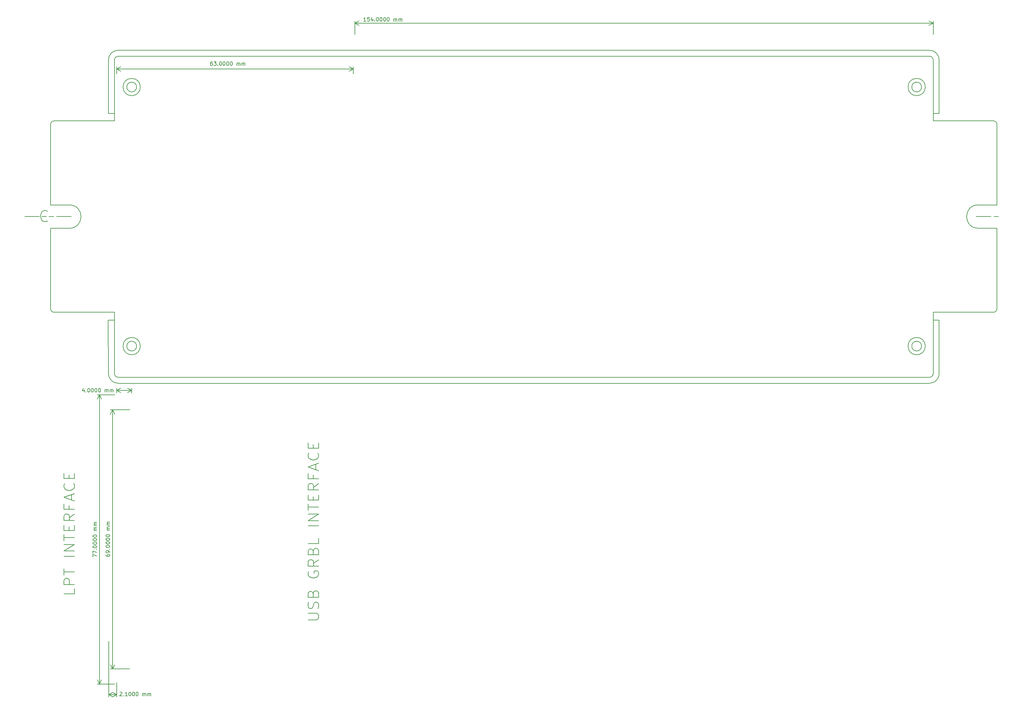
<source format=gbr>
%TF.GenerationSoftware,KiCad,Pcbnew,(6.0.11-0)*%
%TF.CreationDate,2023-07-11T17:26:52+12:00*%
%TF.ProjectId,controller,636f6e74-726f-46c6-9c65-722e6b696361,3.2*%
%TF.SameCoordinates,PX1c9c380PY1312d00*%
%TF.FileFunction,OtherDrawing,Comment*%
%FSLAX46Y46*%
G04 Gerber Fmt 4.6, Leading zero omitted, Abs format (unit mm)*
G04 Created by KiCad (PCBNEW (6.0.11-0)) date 2023-07-11 17:26:52*
%MOMM*%
%LPD*%
G01*
G04 APERTURE LIST*
%ADD10C,0.150000*%
%ADD11C,0.200000*%
G04 APERTURE END LIST*
D10*
X234300000Y-14007107D02*
G75*
G03*
X234300000Y-14007107I-1300000J0D01*
G01*
X20400000Y-4207107D02*
X236400000Y-4207107D01*
X17800000Y-21057107D02*
X17800000Y-6807107D01*
X19400000Y-23007107D02*
X19400000Y-21057107D01*
X19400000Y-6807107D02*
X19400000Y-21057107D01*
X25300000Y-83007107D02*
G75*
G03*
X25300000Y-83007107I-1300000J0D01*
G01*
X239000000Y-6807107D02*
X239000000Y-21057107D01*
X237400000Y-23007107D02*
X237400000Y-21057107D01*
X2400000Y-51607107D02*
X2400000Y-73007107D01*
X253400000Y-74007100D02*
G75*
G03*
X254400000Y-73007107I0J1000000D01*
G01*
X237400000Y-23007107D02*
X253400000Y-23007107D01*
X237400000Y-74007107D02*
X253400000Y-74007107D01*
X237400000Y-90307107D02*
X237400000Y-76057107D01*
X20400000Y-4207100D02*
G75*
G03*
X17800000Y-6807107I0J-2600000D01*
G01*
X19399993Y-90307107D02*
G75*
G03*
X20400000Y-91307107I1000007J7D01*
G01*
X238999993Y-6807107D02*
G75*
G03*
X236400000Y-4207107I-2599993J7D01*
G01*
X237400000Y-21057107D02*
X237400000Y-6807107D01*
X25300000Y-14007107D02*
G75*
G03*
X25300000Y-14007107I-1300000J0D01*
G01*
X89518Y-48507107D02*
X1300000Y-48507107D01*
X19400000Y-76057107D02*
X19400000Y-90307107D01*
X236400000Y-91307100D02*
G75*
G03*
X237400000Y-90307107I0J1000000D01*
G01*
X239000000Y-76057107D02*
X237400000Y-76057107D01*
X19400000Y-76057107D02*
X17800000Y-76057107D01*
X2400000Y-45407107D02*
X7500000Y-45407107D01*
X2400000Y-51607107D02*
X7500000Y-51621589D01*
X26300000Y-14007107D02*
G75*
G03*
X26300000Y-14007107I-2300000J0D01*
G01*
X237400000Y-76057107D02*
X237400000Y-74007107D01*
X249400000Y-45407093D02*
G75*
G03*
X249400000Y-51607107I0J-3100007D01*
G01*
X3400000Y-23007100D02*
G75*
G03*
X2400000Y-24007107I0J-1000000D01*
G01*
X2400000Y-45407107D02*
X2400000Y-24007107D01*
X17799993Y-90307107D02*
G75*
G03*
X20400000Y-92907107I2600007J7D01*
G01*
X235300000Y-83007107D02*
G75*
G03*
X235300000Y-83007107I-2300000J0D01*
G01*
X239000000Y-21057107D02*
X237400000Y-21057107D01*
X20400000Y-5807100D02*
G75*
G03*
X19400000Y-6807107I0J-1000000D01*
G01*
X19400000Y-74007107D02*
X19400000Y-76057107D01*
X254794759Y-48507107D02*
X253584277Y-48507107D01*
X254400000Y-45407107D02*
X249300000Y-45407107D01*
X254400000Y-51607107D02*
X249300000Y-51607107D01*
X20400000Y-91307107D02*
X236400000Y-91307107D01*
X20400000Y-92907107D02*
X236400000Y-92907107D01*
X1994759Y-48507107D02*
X3205241Y-48507107D01*
X19400000Y-74007107D02*
X3400000Y-74007107D01*
X254399993Y-24007107D02*
G75*
G03*
X253400000Y-23007107I-999993J7D01*
G01*
X237399993Y-6807107D02*
G75*
G03*
X236400000Y-5807107I-999993J7D01*
G01*
X7400000Y-51621593D02*
G75*
G03*
X7400000Y-45407107I0J3107243D01*
G01*
X26300000Y-83007107D02*
G75*
G03*
X26300000Y-83007107I-2300000J0D01*
G01*
X2399993Y-73007107D02*
G75*
G03*
X3400000Y-74007107I1000007J7D01*
G01*
X19400000Y-21057107D02*
X17800000Y-21057107D01*
X235300000Y-14007107D02*
G75*
G03*
X235300000Y-14007107I-2300000J0D01*
G01*
X234300000Y-83007107D02*
G75*
G03*
X234300000Y-83007107I-1300000J0D01*
G01*
X252800000Y-48507107D02*
X248900000Y-48507107D01*
X236400000Y-5807107D02*
X20400000Y-5807107D01*
X239000000Y-76057107D02*
X239000000Y-90307107D01*
X236400000Y-92907100D02*
G75*
G03*
X239000000Y-90307107I0J2600000D01*
G01*
X19400000Y-23007107D02*
X3400000Y-23007107D01*
X-4500000Y-48507107D02*
X-600000Y-48507107D01*
X254400000Y-51607107D02*
X254400000Y-73007107D01*
X254400000Y-45407107D02*
X254400000Y-24007107D01*
X3989518Y-48507107D02*
X7889518Y-48507107D01*
X17750000Y-76057107D02*
X17800000Y-90307107D01*
D11*
X8766666Y-147571428D02*
X8766666Y-149000000D01*
X5966666Y-149000000D01*
X8766666Y-146571428D02*
X5966666Y-146571428D01*
X5966666Y-145428571D01*
X6100000Y-145142857D01*
X6233333Y-145000000D01*
X6500000Y-144857142D01*
X6900000Y-144857142D01*
X7166666Y-145000000D01*
X7300000Y-145142857D01*
X7433333Y-145428571D01*
X7433333Y-146571428D01*
X5966666Y-144000000D02*
X5966666Y-142285714D01*
X8766666Y-143142857D02*
X5966666Y-143142857D01*
X8766666Y-139000000D02*
X5966666Y-139000000D01*
X8766666Y-137571428D02*
X5966666Y-137571428D01*
X8766666Y-135857142D01*
X5966666Y-135857142D01*
X5966666Y-134857142D02*
X5966666Y-133142857D01*
X8766666Y-134000000D02*
X5966666Y-134000000D01*
X7300000Y-132142857D02*
X7300000Y-131142857D01*
X8766666Y-130714285D02*
X8766666Y-132142857D01*
X5966666Y-132142857D01*
X5966666Y-130714285D01*
X8766666Y-127714285D02*
X7433333Y-128714285D01*
X8766666Y-129428571D02*
X5966666Y-129428571D01*
X5966666Y-128285714D01*
X6100000Y-128000000D01*
X6233333Y-127857142D01*
X6500000Y-127714285D01*
X6900000Y-127714285D01*
X7166666Y-127857142D01*
X7300000Y-128000000D01*
X7433333Y-128285714D01*
X7433333Y-129428571D01*
X7300000Y-125428571D02*
X7300000Y-126428571D01*
X8766666Y-126428571D02*
X5966666Y-126428571D01*
X5966666Y-125000000D01*
X7966666Y-124000000D02*
X7966666Y-122571428D01*
X8766666Y-124285714D02*
X5966666Y-123285714D01*
X8766666Y-122285714D01*
X8500000Y-119571428D02*
X8633333Y-119714285D01*
X8766666Y-120142857D01*
X8766666Y-120428571D01*
X8633333Y-120857142D01*
X8366666Y-121142857D01*
X8100000Y-121285714D01*
X7566666Y-121428571D01*
X7166666Y-121428571D01*
X6633333Y-121285714D01*
X6366666Y-121142857D01*
X6100000Y-120857142D01*
X5966666Y-120428571D01*
X5966666Y-120142857D01*
X6100000Y-119714285D01*
X6233333Y-119571428D01*
X7300000Y-118285714D02*
X7300000Y-117285714D01*
X8766666Y-116857142D02*
X8766666Y-118285714D01*
X5966666Y-118285714D01*
X5966666Y-116857142D01*
X70973798Y-155900000D02*
X73240465Y-155900000D01*
X73507132Y-155757142D01*
X73640465Y-155614285D01*
X73773798Y-155328571D01*
X73773798Y-154757142D01*
X73640465Y-154471428D01*
X73507132Y-154328571D01*
X73240465Y-154185714D01*
X70973798Y-154185714D01*
X73640465Y-152900000D02*
X73773798Y-152471428D01*
X73773798Y-151757142D01*
X73640465Y-151471428D01*
X73507132Y-151328571D01*
X73240465Y-151185714D01*
X72973798Y-151185714D01*
X72707132Y-151328571D01*
X72573798Y-151471428D01*
X72440465Y-151757142D01*
X72307132Y-152328571D01*
X72173798Y-152614285D01*
X72040465Y-152757142D01*
X71773798Y-152900000D01*
X71507132Y-152900000D01*
X71240465Y-152757142D01*
X71107132Y-152614285D01*
X70973798Y-152328571D01*
X70973798Y-151614285D01*
X71107132Y-151185714D01*
X72307132Y-148900000D02*
X72440465Y-148471428D01*
X72573798Y-148328571D01*
X72840465Y-148185714D01*
X73240465Y-148185714D01*
X73507132Y-148328571D01*
X73640465Y-148471428D01*
X73773798Y-148757142D01*
X73773798Y-149900000D01*
X70973798Y-149900000D01*
X70973798Y-148900000D01*
X71107132Y-148614285D01*
X71240465Y-148471428D01*
X71507132Y-148328571D01*
X71773798Y-148328571D01*
X72040465Y-148471428D01*
X72173798Y-148614285D01*
X72307132Y-148900000D01*
X72307132Y-149900000D01*
X71107132Y-143042857D02*
X70973798Y-143328571D01*
X70973798Y-143757142D01*
X71107132Y-144185714D01*
X71373798Y-144471428D01*
X71640465Y-144614285D01*
X72173798Y-144757142D01*
X72573798Y-144757142D01*
X73107132Y-144614285D01*
X73373798Y-144471428D01*
X73640465Y-144185714D01*
X73773798Y-143757142D01*
X73773798Y-143471428D01*
X73640465Y-143042857D01*
X73507132Y-142900000D01*
X72573798Y-142900000D01*
X72573798Y-143471428D01*
X73773798Y-139900000D02*
X72440465Y-140900000D01*
X73773798Y-141614285D02*
X70973798Y-141614285D01*
X70973798Y-140471428D01*
X71107132Y-140185714D01*
X71240465Y-140042857D01*
X71507132Y-139900000D01*
X71907132Y-139900000D01*
X72173798Y-140042857D01*
X72307132Y-140185714D01*
X72440465Y-140471428D01*
X72440465Y-141614285D01*
X72307132Y-137614285D02*
X72440465Y-137185714D01*
X72573798Y-137042857D01*
X72840465Y-136900000D01*
X73240465Y-136900000D01*
X73507132Y-137042857D01*
X73640465Y-137185714D01*
X73773798Y-137471428D01*
X73773798Y-138614285D01*
X70973798Y-138614285D01*
X70973798Y-137614285D01*
X71107132Y-137328571D01*
X71240465Y-137185714D01*
X71507132Y-137042857D01*
X71773798Y-137042857D01*
X72040465Y-137185714D01*
X72173798Y-137328571D01*
X72307132Y-137614285D01*
X72307132Y-138614285D01*
X73773798Y-134185714D02*
X73773798Y-135614285D01*
X70973798Y-135614285D01*
X73773798Y-130900000D02*
X70973798Y-130900000D01*
X73773798Y-129471428D02*
X70973798Y-129471428D01*
X73773798Y-127757142D01*
X70973798Y-127757142D01*
X70973798Y-126757142D02*
X70973798Y-125042857D01*
X73773798Y-125900000D02*
X70973798Y-125900000D01*
X72307132Y-124042857D02*
X72307132Y-123042857D01*
X73773798Y-122614285D02*
X73773798Y-124042857D01*
X70973798Y-124042857D01*
X70973798Y-122614285D01*
X73773798Y-119614285D02*
X72440465Y-120614285D01*
X73773798Y-121328571D02*
X70973798Y-121328571D01*
X70973798Y-120185714D01*
X71107132Y-119900000D01*
X71240465Y-119757142D01*
X71507132Y-119614285D01*
X71907132Y-119614285D01*
X72173798Y-119757142D01*
X72307132Y-119900000D01*
X72440465Y-120185714D01*
X72440465Y-121328571D01*
X72307132Y-117328571D02*
X72307132Y-118328571D01*
X73773798Y-118328571D02*
X70973798Y-118328571D01*
X70973798Y-116900000D01*
X72973798Y-115900000D02*
X72973798Y-114471428D01*
X73773798Y-116185714D02*
X70973798Y-115185714D01*
X73773798Y-114185714D01*
X73507132Y-111471428D02*
X73640465Y-111614285D01*
X73773798Y-112042857D01*
X73773798Y-112328571D01*
X73640465Y-112757142D01*
X73373798Y-113042857D01*
X73107132Y-113185714D01*
X72573798Y-113328571D01*
X72173798Y-113328571D01*
X71640465Y-113185714D01*
X71373798Y-113042857D01*
X71107132Y-112757142D01*
X70973798Y-112328571D01*
X70973798Y-112042857D01*
X71107132Y-111614285D01*
X71240465Y-111471428D01*
X72307132Y-110185714D02*
X72307132Y-109185714D01*
X73773798Y-108757142D02*
X73773798Y-110185714D01*
X70973798Y-110185714D01*
X70973798Y-108757142D01*
X1628571Y-49578535D02*
X1485714Y-49721392D01*
X1057142Y-49864249D01*
X771428Y-49864249D01*
X342857Y-49721392D01*
X57142Y-49435678D01*
X-85715Y-49149964D01*
X-228572Y-48578535D01*
X-228572Y-48149964D01*
X-85715Y-47578535D01*
X57142Y-47292821D01*
X342857Y-47007107D01*
X771428Y-46864249D01*
X1057142Y-46864249D01*
X1485714Y-47007107D01*
X1628571Y-47149964D01*
D10*
X17152380Y-138542857D02*
X17152380Y-138733333D01*
X17200000Y-138828571D01*
X17247619Y-138876190D01*
X17390476Y-138971428D01*
X17580952Y-139019047D01*
X17961904Y-139019047D01*
X18057142Y-138971428D01*
X18104761Y-138923809D01*
X18152380Y-138828571D01*
X18152380Y-138638095D01*
X18104761Y-138542857D01*
X18057142Y-138495238D01*
X17961904Y-138447619D01*
X17723809Y-138447619D01*
X17628571Y-138495238D01*
X17580952Y-138542857D01*
X17533333Y-138638095D01*
X17533333Y-138828571D01*
X17580952Y-138923809D01*
X17628571Y-138971428D01*
X17723809Y-139019047D01*
X18152380Y-137971428D02*
X18152380Y-137780952D01*
X18104761Y-137685714D01*
X18057142Y-137638095D01*
X17914285Y-137542857D01*
X17723809Y-137495238D01*
X17342857Y-137495238D01*
X17247619Y-137542857D01*
X17200000Y-137590476D01*
X17152380Y-137685714D01*
X17152380Y-137876190D01*
X17200000Y-137971428D01*
X17247619Y-138019047D01*
X17342857Y-138066666D01*
X17580952Y-138066666D01*
X17676190Y-138019047D01*
X17723809Y-137971428D01*
X17771428Y-137876190D01*
X17771428Y-137685714D01*
X17723809Y-137590476D01*
X17676190Y-137542857D01*
X17580952Y-137495238D01*
X18057142Y-137066666D02*
X18104761Y-137019047D01*
X18152380Y-137066666D01*
X18104761Y-137114285D01*
X18057142Y-137066666D01*
X18152380Y-137066666D01*
X17152380Y-136400000D02*
X17152380Y-136304761D01*
X17200000Y-136209523D01*
X17247619Y-136161904D01*
X17342857Y-136114285D01*
X17533333Y-136066666D01*
X17771428Y-136066666D01*
X17961904Y-136114285D01*
X18057142Y-136161904D01*
X18104761Y-136209523D01*
X18152380Y-136304761D01*
X18152380Y-136400000D01*
X18104761Y-136495238D01*
X18057142Y-136542857D01*
X17961904Y-136590476D01*
X17771428Y-136638095D01*
X17533333Y-136638095D01*
X17342857Y-136590476D01*
X17247619Y-136542857D01*
X17200000Y-136495238D01*
X17152380Y-136400000D01*
X17152380Y-135447619D02*
X17152380Y-135352380D01*
X17200000Y-135257142D01*
X17247619Y-135209523D01*
X17342857Y-135161904D01*
X17533333Y-135114285D01*
X17771428Y-135114285D01*
X17961904Y-135161904D01*
X18057142Y-135209523D01*
X18104761Y-135257142D01*
X18152380Y-135352380D01*
X18152380Y-135447619D01*
X18104761Y-135542857D01*
X18057142Y-135590476D01*
X17961904Y-135638095D01*
X17771428Y-135685714D01*
X17533333Y-135685714D01*
X17342857Y-135638095D01*
X17247619Y-135590476D01*
X17200000Y-135542857D01*
X17152380Y-135447619D01*
X17152380Y-134495238D02*
X17152380Y-134400000D01*
X17200000Y-134304761D01*
X17247619Y-134257142D01*
X17342857Y-134209523D01*
X17533333Y-134161904D01*
X17771428Y-134161904D01*
X17961904Y-134209523D01*
X18057142Y-134257142D01*
X18104761Y-134304761D01*
X18152380Y-134400000D01*
X18152380Y-134495238D01*
X18104761Y-134590476D01*
X18057142Y-134638095D01*
X17961904Y-134685714D01*
X17771428Y-134733333D01*
X17533333Y-134733333D01*
X17342857Y-134685714D01*
X17247619Y-134638095D01*
X17200000Y-134590476D01*
X17152380Y-134495238D01*
X17152380Y-133542857D02*
X17152380Y-133447619D01*
X17200000Y-133352380D01*
X17247619Y-133304761D01*
X17342857Y-133257142D01*
X17533333Y-133209523D01*
X17771428Y-133209523D01*
X17961904Y-133257142D01*
X18057142Y-133304761D01*
X18104761Y-133352380D01*
X18152380Y-133447619D01*
X18152380Y-133542857D01*
X18104761Y-133638095D01*
X18057142Y-133685714D01*
X17961904Y-133733333D01*
X17771428Y-133780952D01*
X17533333Y-133780952D01*
X17342857Y-133733333D01*
X17247619Y-133685714D01*
X17200000Y-133638095D01*
X17152380Y-133542857D01*
X18152380Y-132019047D02*
X17485714Y-132019047D01*
X17580952Y-132019047D02*
X17533333Y-131971428D01*
X17485714Y-131876190D01*
X17485714Y-131733333D01*
X17533333Y-131638095D01*
X17628571Y-131590476D01*
X18152380Y-131590476D01*
X17628571Y-131590476D02*
X17533333Y-131542857D01*
X17485714Y-131447619D01*
X17485714Y-131304761D01*
X17533333Y-131209523D01*
X17628571Y-131161904D01*
X18152380Y-131161904D01*
X18152380Y-130685714D02*
X17485714Y-130685714D01*
X17580952Y-130685714D02*
X17533333Y-130638095D01*
X17485714Y-130542857D01*
X17485714Y-130400000D01*
X17533333Y-130304761D01*
X17628571Y-130257142D01*
X18152380Y-130257142D01*
X17628571Y-130257142D02*
X17533333Y-130209523D01*
X17485714Y-130114285D01*
X17485714Y-129971428D01*
X17533333Y-129876190D01*
X17628571Y-129828571D01*
X18152380Y-129828571D01*
X23500000Y-169000000D02*
X18313580Y-169000000D01*
X23500000Y-100000000D02*
X18313580Y-100000000D01*
X18900000Y-169000000D02*
X18900000Y-100000000D01*
X18900000Y-169000000D02*
X18900000Y-100000000D01*
X18900000Y-169000000D02*
X19486421Y-167873496D01*
X18900000Y-169000000D02*
X18313579Y-167873496D01*
X18900000Y-100000000D02*
X18313579Y-101126504D01*
X18900000Y-100000000D02*
X19486421Y-101126504D01*
X13702380Y-139166666D02*
X13702380Y-138500000D01*
X14702380Y-138928571D01*
X13702380Y-138214285D02*
X13702380Y-137547619D01*
X14702380Y-137976190D01*
X14607142Y-137166666D02*
X14654761Y-137119047D01*
X14702380Y-137166666D01*
X14654761Y-137214285D01*
X14607142Y-137166666D01*
X14702380Y-137166666D01*
X13702380Y-136500000D02*
X13702380Y-136404761D01*
X13750000Y-136309523D01*
X13797619Y-136261904D01*
X13892857Y-136214285D01*
X14083333Y-136166666D01*
X14321428Y-136166666D01*
X14511904Y-136214285D01*
X14607142Y-136261904D01*
X14654761Y-136309523D01*
X14702380Y-136404761D01*
X14702380Y-136500000D01*
X14654761Y-136595238D01*
X14607142Y-136642857D01*
X14511904Y-136690476D01*
X14321428Y-136738095D01*
X14083333Y-136738095D01*
X13892857Y-136690476D01*
X13797619Y-136642857D01*
X13750000Y-136595238D01*
X13702380Y-136500000D01*
X13702380Y-135547619D02*
X13702380Y-135452380D01*
X13750000Y-135357142D01*
X13797619Y-135309523D01*
X13892857Y-135261904D01*
X14083333Y-135214285D01*
X14321428Y-135214285D01*
X14511904Y-135261904D01*
X14607142Y-135309523D01*
X14654761Y-135357142D01*
X14702380Y-135452380D01*
X14702380Y-135547619D01*
X14654761Y-135642857D01*
X14607142Y-135690476D01*
X14511904Y-135738095D01*
X14321428Y-135785714D01*
X14083333Y-135785714D01*
X13892857Y-135738095D01*
X13797619Y-135690476D01*
X13750000Y-135642857D01*
X13702380Y-135547619D01*
X13702380Y-134595238D02*
X13702380Y-134500000D01*
X13750000Y-134404761D01*
X13797619Y-134357142D01*
X13892857Y-134309523D01*
X14083333Y-134261904D01*
X14321428Y-134261904D01*
X14511904Y-134309523D01*
X14607142Y-134357142D01*
X14654761Y-134404761D01*
X14702380Y-134500000D01*
X14702380Y-134595238D01*
X14654761Y-134690476D01*
X14607142Y-134738095D01*
X14511904Y-134785714D01*
X14321428Y-134833333D01*
X14083333Y-134833333D01*
X13892857Y-134785714D01*
X13797619Y-134738095D01*
X13750000Y-134690476D01*
X13702380Y-134595238D01*
X13702380Y-133642857D02*
X13702380Y-133547619D01*
X13750000Y-133452380D01*
X13797619Y-133404761D01*
X13892857Y-133357142D01*
X14083333Y-133309523D01*
X14321428Y-133309523D01*
X14511904Y-133357142D01*
X14607142Y-133404761D01*
X14654761Y-133452380D01*
X14702380Y-133547619D01*
X14702380Y-133642857D01*
X14654761Y-133738095D01*
X14607142Y-133785714D01*
X14511904Y-133833333D01*
X14321428Y-133880952D01*
X14083333Y-133880952D01*
X13892857Y-133833333D01*
X13797619Y-133785714D01*
X13750000Y-133738095D01*
X13702380Y-133642857D01*
X14702380Y-132119047D02*
X14035714Y-132119047D01*
X14130952Y-132119047D02*
X14083333Y-132071428D01*
X14035714Y-131976190D01*
X14035714Y-131833333D01*
X14083333Y-131738095D01*
X14178571Y-131690476D01*
X14702380Y-131690476D01*
X14178571Y-131690476D02*
X14083333Y-131642857D01*
X14035714Y-131547619D01*
X14035714Y-131404761D01*
X14083333Y-131309523D01*
X14178571Y-131261904D01*
X14702380Y-131261904D01*
X14702380Y-130785714D02*
X14035714Y-130785714D01*
X14130952Y-130785714D02*
X14083333Y-130738095D01*
X14035714Y-130642857D01*
X14035714Y-130500000D01*
X14083333Y-130404761D01*
X14178571Y-130357142D01*
X14702380Y-130357142D01*
X14178571Y-130357142D02*
X14083333Y-130309523D01*
X14035714Y-130214285D01*
X14035714Y-130071428D01*
X14083333Y-129976190D01*
X14178571Y-129928571D01*
X14702380Y-129928571D01*
X19500000Y-173000000D02*
X14813580Y-173000000D01*
X19500000Y-96000000D02*
X14813580Y-96000000D01*
X15400000Y-173000000D02*
X15400000Y-96000000D01*
X15400000Y-173000000D02*
X15400000Y-96000000D01*
X15400000Y-173000000D02*
X15986421Y-171873496D01*
X15400000Y-173000000D02*
X14813579Y-171873496D01*
X15400000Y-96000000D02*
X14813579Y-97126504D01*
X15400000Y-96000000D02*
X15986421Y-97126504D01*
X86376190Y3540513D02*
X85804761Y3540513D01*
X86090476Y3540513D02*
X86090476Y4540513D01*
X85995238Y4397655D01*
X85900000Y4302417D01*
X85804761Y4254798D01*
X87280952Y4540513D02*
X86804761Y4540513D01*
X86757142Y4064322D01*
X86804761Y4111941D01*
X86900000Y4159560D01*
X87138095Y4159560D01*
X87233333Y4111941D01*
X87280952Y4064322D01*
X87328571Y3969084D01*
X87328571Y3730989D01*
X87280952Y3635751D01*
X87233333Y3588132D01*
X87138095Y3540513D01*
X86900000Y3540513D01*
X86804761Y3588132D01*
X86757142Y3635751D01*
X88185714Y4207179D02*
X88185714Y3540513D01*
X87947619Y4588132D02*
X87709523Y3873846D01*
X88328571Y3873846D01*
X88709523Y3635751D02*
X88757142Y3588132D01*
X88709523Y3540513D01*
X88661904Y3588132D01*
X88709523Y3635751D01*
X88709523Y3540513D01*
X89376190Y4540513D02*
X89471428Y4540513D01*
X89566666Y4492893D01*
X89614285Y4445274D01*
X89661904Y4350036D01*
X89709523Y4159560D01*
X89709523Y3921465D01*
X89661904Y3730989D01*
X89614285Y3635751D01*
X89566666Y3588132D01*
X89471428Y3540513D01*
X89376190Y3540513D01*
X89280952Y3588132D01*
X89233333Y3635751D01*
X89185714Y3730989D01*
X89138095Y3921465D01*
X89138095Y4159560D01*
X89185714Y4350036D01*
X89233333Y4445274D01*
X89280952Y4492893D01*
X89376190Y4540513D01*
X90328571Y4540513D02*
X90423809Y4540513D01*
X90519047Y4492893D01*
X90566666Y4445274D01*
X90614285Y4350036D01*
X90661904Y4159560D01*
X90661904Y3921465D01*
X90614285Y3730989D01*
X90566666Y3635751D01*
X90519047Y3588132D01*
X90423809Y3540513D01*
X90328571Y3540513D01*
X90233333Y3588132D01*
X90185714Y3635751D01*
X90138095Y3730989D01*
X90090476Y3921465D01*
X90090476Y4159560D01*
X90138095Y4350036D01*
X90185714Y4445274D01*
X90233333Y4492893D01*
X90328571Y4540513D01*
X91280952Y4540513D02*
X91376190Y4540513D01*
X91471428Y4492893D01*
X91519047Y4445274D01*
X91566666Y4350036D01*
X91614285Y4159560D01*
X91614285Y3921465D01*
X91566666Y3730989D01*
X91519047Y3635751D01*
X91471428Y3588132D01*
X91376190Y3540513D01*
X91280952Y3540513D01*
X91185714Y3588132D01*
X91138095Y3635751D01*
X91090476Y3730989D01*
X91042857Y3921465D01*
X91042857Y4159560D01*
X91090476Y4350036D01*
X91138095Y4445274D01*
X91185714Y4492893D01*
X91280952Y4540513D01*
X92233333Y4540513D02*
X92328571Y4540513D01*
X92423809Y4492893D01*
X92471428Y4445274D01*
X92519047Y4350036D01*
X92566666Y4159560D01*
X92566666Y3921465D01*
X92519047Y3730989D01*
X92471428Y3635751D01*
X92423809Y3588132D01*
X92328571Y3540513D01*
X92233333Y3540513D01*
X92138095Y3588132D01*
X92090476Y3635751D01*
X92042857Y3730989D01*
X91995238Y3921465D01*
X91995238Y4159560D01*
X92042857Y4350036D01*
X92090476Y4445274D01*
X92138095Y4492893D01*
X92233333Y4540513D01*
X93757142Y3540513D02*
X93757142Y4207179D01*
X93757142Y4111941D02*
X93804761Y4159560D01*
X93900000Y4207179D01*
X94042857Y4207179D01*
X94138095Y4159560D01*
X94185714Y4064322D01*
X94185714Y3540513D01*
X94185714Y4064322D02*
X94233333Y4159560D01*
X94328571Y4207179D01*
X94471428Y4207179D01*
X94566666Y4159560D01*
X94614285Y4064322D01*
X94614285Y3540513D01*
X95090476Y3540513D02*
X95090476Y4207179D01*
X95090476Y4111941D02*
X95138095Y4159560D01*
X95233333Y4207179D01*
X95376190Y4207179D01*
X95471428Y4159560D01*
X95519047Y4064322D01*
X95519047Y3540513D01*
X95519047Y4064322D02*
X95566666Y4159560D01*
X95661904Y4207179D01*
X95804761Y4207179D01*
X95900000Y4159560D01*
X95947619Y4064322D01*
X95947619Y3540513D01*
X237400000Y0D02*
X237400000Y3586420D01*
X83400000Y0D02*
X83400000Y3586420D01*
X237400000Y3000000D02*
X83400000Y3000000D01*
X237400000Y3000000D02*
X83400000Y3000000D01*
X237400000Y3000000D02*
X236273496Y3586421D01*
X237400000Y3000000D02*
X236273496Y2413579D01*
X83400000Y3000000D02*
X84526504Y2413579D01*
X83400000Y3000000D02*
X84526504Y3586421D01*
X11333333Y-94585714D02*
X11333333Y-95252380D01*
X11095238Y-94204761D02*
X10857142Y-94919047D01*
X11476190Y-94919047D01*
X11857142Y-95157142D02*
X11904761Y-95204761D01*
X11857142Y-95252380D01*
X11809523Y-95204761D01*
X11857142Y-95157142D01*
X11857142Y-95252380D01*
X12523809Y-94252380D02*
X12619047Y-94252380D01*
X12714285Y-94300000D01*
X12761904Y-94347619D01*
X12809523Y-94442857D01*
X12857142Y-94633333D01*
X12857142Y-94871428D01*
X12809523Y-95061904D01*
X12761904Y-95157142D01*
X12714285Y-95204761D01*
X12619047Y-95252380D01*
X12523809Y-95252380D01*
X12428571Y-95204761D01*
X12380952Y-95157142D01*
X12333333Y-95061904D01*
X12285714Y-94871428D01*
X12285714Y-94633333D01*
X12333333Y-94442857D01*
X12380952Y-94347619D01*
X12428571Y-94300000D01*
X12523809Y-94252380D01*
X13476190Y-94252380D02*
X13571428Y-94252380D01*
X13666666Y-94300000D01*
X13714285Y-94347619D01*
X13761904Y-94442857D01*
X13809523Y-94633333D01*
X13809523Y-94871428D01*
X13761904Y-95061904D01*
X13714285Y-95157142D01*
X13666666Y-95204761D01*
X13571428Y-95252380D01*
X13476190Y-95252380D01*
X13380952Y-95204761D01*
X13333333Y-95157142D01*
X13285714Y-95061904D01*
X13238095Y-94871428D01*
X13238095Y-94633333D01*
X13285714Y-94442857D01*
X13333333Y-94347619D01*
X13380952Y-94300000D01*
X13476190Y-94252380D01*
X14428571Y-94252380D02*
X14523809Y-94252380D01*
X14619047Y-94300000D01*
X14666666Y-94347619D01*
X14714285Y-94442857D01*
X14761904Y-94633333D01*
X14761904Y-94871428D01*
X14714285Y-95061904D01*
X14666666Y-95157142D01*
X14619047Y-95204761D01*
X14523809Y-95252380D01*
X14428571Y-95252380D01*
X14333333Y-95204761D01*
X14285714Y-95157142D01*
X14238095Y-95061904D01*
X14190476Y-94871428D01*
X14190476Y-94633333D01*
X14238095Y-94442857D01*
X14285714Y-94347619D01*
X14333333Y-94300000D01*
X14428571Y-94252380D01*
X15380952Y-94252380D02*
X15476190Y-94252380D01*
X15571428Y-94300000D01*
X15619047Y-94347619D01*
X15666666Y-94442857D01*
X15714285Y-94633333D01*
X15714285Y-94871428D01*
X15666666Y-95061904D01*
X15619047Y-95157142D01*
X15571428Y-95204761D01*
X15476190Y-95252380D01*
X15380952Y-95252380D01*
X15285714Y-95204761D01*
X15238095Y-95157142D01*
X15190476Y-95061904D01*
X15142857Y-94871428D01*
X15142857Y-94633333D01*
X15190476Y-94442857D01*
X15238095Y-94347619D01*
X15285714Y-94300000D01*
X15380952Y-94252380D01*
X16904761Y-95252380D02*
X16904761Y-94585714D01*
X16904761Y-94680952D02*
X16952380Y-94633333D01*
X17047619Y-94585714D01*
X17190476Y-94585714D01*
X17285714Y-94633333D01*
X17333333Y-94728571D01*
X17333333Y-95252380D01*
X17333333Y-94728571D02*
X17380952Y-94633333D01*
X17476190Y-94585714D01*
X17619047Y-94585714D01*
X17714285Y-94633333D01*
X17761904Y-94728571D01*
X17761904Y-95252380D01*
X18238095Y-95252380D02*
X18238095Y-94585714D01*
X18238095Y-94680952D02*
X18285714Y-94633333D01*
X18380952Y-94585714D01*
X18523809Y-94585714D01*
X18619047Y-94633333D01*
X18666666Y-94728571D01*
X18666666Y-95252380D01*
X18666666Y-94728571D02*
X18714285Y-94633333D01*
X18809523Y-94585714D01*
X18952380Y-94585714D01*
X19047619Y-94633333D01*
X19095238Y-94728571D01*
X19095238Y-95252380D01*
X20000000Y-95500000D02*
X20000000Y-94213580D01*
X24000000Y-95500000D02*
X24000000Y-94213580D01*
X20000000Y-94800000D02*
X24000000Y-94800000D01*
X20000000Y-94800000D02*
X24000000Y-94800000D01*
X20000000Y-94800000D02*
X21126504Y-95386421D01*
X20000000Y-94800000D02*
X21126504Y-94213579D01*
X24000000Y-94800000D02*
X22873496Y-94213579D01*
X24000000Y-94800000D02*
X22873496Y-95386421D01*
X45457142Y-7252380D02*
X45266666Y-7252380D01*
X45171428Y-7300000D01*
X45123809Y-7347619D01*
X45028571Y-7490476D01*
X44980952Y-7680952D01*
X44980952Y-8061904D01*
X45028571Y-8157142D01*
X45076190Y-8204761D01*
X45171428Y-8252380D01*
X45361904Y-8252380D01*
X45457142Y-8204761D01*
X45504761Y-8157142D01*
X45552380Y-8061904D01*
X45552380Y-7823809D01*
X45504761Y-7728571D01*
X45457142Y-7680952D01*
X45361904Y-7633333D01*
X45171428Y-7633333D01*
X45076190Y-7680952D01*
X45028571Y-7728571D01*
X44980952Y-7823809D01*
X45885714Y-7252380D02*
X46504761Y-7252380D01*
X46171428Y-7633333D01*
X46314285Y-7633333D01*
X46409523Y-7680952D01*
X46457142Y-7728571D01*
X46504761Y-7823809D01*
X46504761Y-8061904D01*
X46457142Y-8157142D01*
X46409523Y-8204761D01*
X46314285Y-8252380D01*
X46028571Y-8252380D01*
X45933333Y-8204761D01*
X45885714Y-8157142D01*
X46933333Y-8157142D02*
X46980952Y-8204761D01*
X46933333Y-8252380D01*
X46885714Y-8204761D01*
X46933333Y-8157142D01*
X46933333Y-8252380D01*
X47600000Y-7252380D02*
X47695238Y-7252380D01*
X47790476Y-7300000D01*
X47838095Y-7347619D01*
X47885714Y-7442857D01*
X47933333Y-7633333D01*
X47933333Y-7871428D01*
X47885714Y-8061904D01*
X47838095Y-8157142D01*
X47790476Y-8204761D01*
X47695238Y-8252380D01*
X47600000Y-8252380D01*
X47504761Y-8204761D01*
X47457142Y-8157142D01*
X47409523Y-8061904D01*
X47361904Y-7871428D01*
X47361904Y-7633333D01*
X47409523Y-7442857D01*
X47457142Y-7347619D01*
X47504761Y-7300000D01*
X47600000Y-7252380D01*
X48552380Y-7252380D02*
X48647619Y-7252380D01*
X48742857Y-7300000D01*
X48790476Y-7347619D01*
X48838095Y-7442857D01*
X48885714Y-7633333D01*
X48885714Y-7871428D01*
X48838095Y-8061904D01*
X48790476Y-8157142D01*
X48742857Y-8204761D01*
X48647619Y-8252380D01*
X48552380Y-8252380D01*
X48457142Y-8204761D01*
X48409523Y-8157142D01*
X48361904Y-8061904D01*
X48314285Y-7871428D01*
X48314285Y-7633333D01*
X48361904Y-7442857D01*
X48409523Y-7347619D01*
X48457142Y-7300000D01*
X48552380Y-7252380D01*
X49504761Y-7252380D02*
X49600000Y-7252380D01*
X49695238Y-7300000D01*
X49742857Y-7347619D01*
X49790476Y-7442857D01*
X49838095Y-7633333D01*
X49838095Y-7871428D01*
X49790476Y-8061904D01*
X49742857Y-8157142D01*
X49695238Y-8204761D01*
X49600000Y-8252380D01*
X49504761Y-8252380D01*
X49409523Y-8204761D01*
X49361904Y-8157142D01*
X49314285Y-8061904D01*
X49266666Y-7871428D01*
X49266666Y-7633333D01*
X49314285Y-7442857D01*
X49361904Y-7347619D01*
X49409523Y-7300000D01*
X49504761Y-7252380D01*
X50457142Y-7252380D02*
X50552380Y-7252380D01*
X50647619Y-7300000D01*
X50695238Y-7347619D01*
X50742857Y-7442857D01*
X50790476Y-7633333D01*
X50790476Y-7871428D01*
X50742857Y-8061904D01*
X50695238Y-8157142D01*
X50647619Y-8204761D01*
X50552380Y-8252380D01*
X50457142Y-8252380D01*
X50361904Y-8204761D01*
X50314285Y-8157142D01*
X50266666Y-8061904D01*
X50219047Y-7871428D01*
X50219047Y-7633333D01*
X50266666Y-7442857D01*
X50314285Y-7347619D01*
X50361904Y-7300000D01*
X50457142Y-7252380D01*
X51980952Y-8252380D02*
X51980952Y-7585714D01*
X51980952Y-7680952D02*
X52028571Y-7633333D01*
X52123809Y-7585714D01*
X52266666Y-7585714D01*
X52361904Y-7633333D01*
X52409523Y-7728571D01*
X52409523Y-8252380D01*
X52409523Y-7728571D02*
X52457142Y-7633333D01*
X52552380Y-7585714D01*
X52695238Y-7585714D01*
X52790476Y-7633333D01*
X52838095Y-7728571D01*
X52838095Y-8252380D01*
X53314285Y-8252380D02*
X53314285Y-7585714D01*
X53314285Y-7680952D02*
X53361904Y-7633333D01*
X53457142Y-7585714D01*
X53600000Y-7585714D01*
X53695238Y-7633333D01*
X53742857Y-7728571D01*
X53742857Y-8252380D01*
X53742857Y-7728571D02*
X53790476Y-7633333D01*
X53885714Y-7585714D01*
X54028571Y-7585714D01*
X54123809Y-7633333D01*
X54171428Y-7728571D01*
X54171428Y-8252380D01*
X20000000Y-10500000D02*
X20000000Y-8613580D01*
X83000000Y-8613580D02*
X83000000Y-10500000D01*
X20000000Y-9200000D02*
X83000000Y-9200000D01*
X20000000Y-9200000D02*
X83000000Y-9200000D01*
X20000000Y-9200000D02*
X21126504Y-9786421D01*
X20000000Y-9200000D02*
X21126504Y-8613579D01*
X83000000Y-9200000D02*
X81873496Y-8613579D01*
X83000000Y-9200000D02*
X81873496Y-9786421D01*
X20857142Y-175247619D02*
X20904761Y-175200000D01*
X21000000Y-175152380D01*
X21238095Y-175152380D01*
X21333333Y-175200000D01*
X21380952Y-175247619D01*
X21428571Y-175342857D01*
X21428571Y-175438095D01*
X21380952Y-175580952D01*
X20809523Y-176152380D01*
X21428571Y-176152380D01*
X21857142Y-176057142D02*
X21904761Y-176104761D01*
X21857142Y-176152380D01*
X21809523Y-176104761D01*
X21857142Y-176057142D01*
X21857142Y-176152380D01*
X22857142Y-176152380D02*
X22285714Y-176152380D01*
X22571428Y-176152380D02*
X22571428Y-175152380D01*
X22476190Y-175295238D01*
X22380952Y-175390476D01*
X22285714Y-175438095D01*
X23476190Y-175152380D02*
X23571428Y-175152380D01*
X23666666Y-175200000D01*
X23714285Y-175247619D01*
X23761904Y-175342857D01*
X23809523Y-175533333D01*
X23809523Y-175771428D01*
X23761904Y-175961904D01*
X23714285Y-176057142D01*
X23666666Y-176104761D01*
X23571428Y-176152380D01*
X23476190Y-176152380D01*
X23380952Y-176104761D01*
X23333333Y-176057142D01*
X23285714Y-175961904D01*
X23238095Y-175771428D01*
X23238095Y-175533333D01*
X23285714Y-175342857D01*
X23333333Y-175247619D01*
X23380952Y-175200000D01*
X23476190Y-175152380D01*
X24428571Y-175152380D02*
X24523809Y-175152380D01*
X24619047Y-175200000D01*
X24666666Y-175247619D01*
X24714285Y-175342857D01*
X24761904Y-175533333D01*
X24761904Y-175771428D01*
X24714285Y-175961904D01*
X24666666Y-176057142D01*
X24619047Y-176104761D01*
X24523809Y-176152380D01*
X24428571Y-176152380D01*
X24333333Y-176104761D01*
X24285714Y-176057142D01*
X24238095Y-175961904D01*
X24190476Y-175771428D01*
X24190476Y-175533333D01*
X24238095Y-175342857D01*
X24285714Y-175247619D01*
X24333333Y-175200000D01*
X24428571Y-175152380D01*
X25380952Y-175152380D02*
X25476190Y-175152380D01*
X25571428Y-175200000D01*
X25619047Y-175247619D01*
X25666666Y-175342857D01*
X25714285Y-175533333D01*
X25714285Y-175771428D01*
X25666666Y-175961904D01*
X25619047Y-176057142D01*
X25571428Y-176104761D01*
X25476190Y-176152380D01*
X25380952Y-176152380D01*
X25285714Y-176104761D01*
X25238095Y-176057142D01*
X25190476Y-175961904D01*
X25142857Y-175771428D01*
X25142857Y-175533333D01*
X25190476Y-175342857D01*
X25238095Y-175247619D01*
X25285714Y-175200000D01*
X25380952Y-175152380D01*
X26904761Y-176152380D02*
X26904761Y-175485714D01*
X26904761Y-175580952D02*
X26952380Y-175533333D01*
X27047619Y-175485714D01*
X27190476Y-175485714D01*
X27285714Y-175533333D01*
X27333333Y-175628571D01*
X27333333Y-176152380D01*
X27333333Y-175628571D02*
X27380952Y-175533333D01*
X27476190Y-175485714D01*
X27619047Y-175485714D01*
X27714285Y-175533333D01*
X27761904Y-175628571D01*
X27761904Y-176152380D01*
X28238095Y-176152380D02*
X28238095Y-175485714D01*
X28238095Y-175580952D02*
X28285714Y-175533333D01*
X28380952Y-175485714D01*
X28523809Y-175485714D01*
X28619047Y-175533333D01*
X28666666Y-175628571D01*
X28666666Y-176152380D01*
X28666666Y-175628571D02*
X28714285Y-175533333D01*
X28809523Y-175485714D01*
X28952380Y-175485714D01*
X29047619Y-175533333D01*
X29095238Y-175628571D01*
X29095238Y-176152380D01*
X17900000Y-161600000D02*
X17900000Y-176386420D01*
X20000000Y-176386420D02*
X20000000Y-172600000D01*
X17900000Y-175800000D02*
X20000000Y-175800000D01*
X17900000Y-175800000D02*
X20000000Y-175800000D01*
X17900000Y-175800000D02*
X19026504Y-176386421D01*
X17900000Y-175800000D02*
X19026504Y-175213579D01*
X20000000Y-175800000D02*
X18873496Y-175213579D01*
X20000000Y-175800000D02*
X18873496Y-176386421D01*
M02*

</source>
